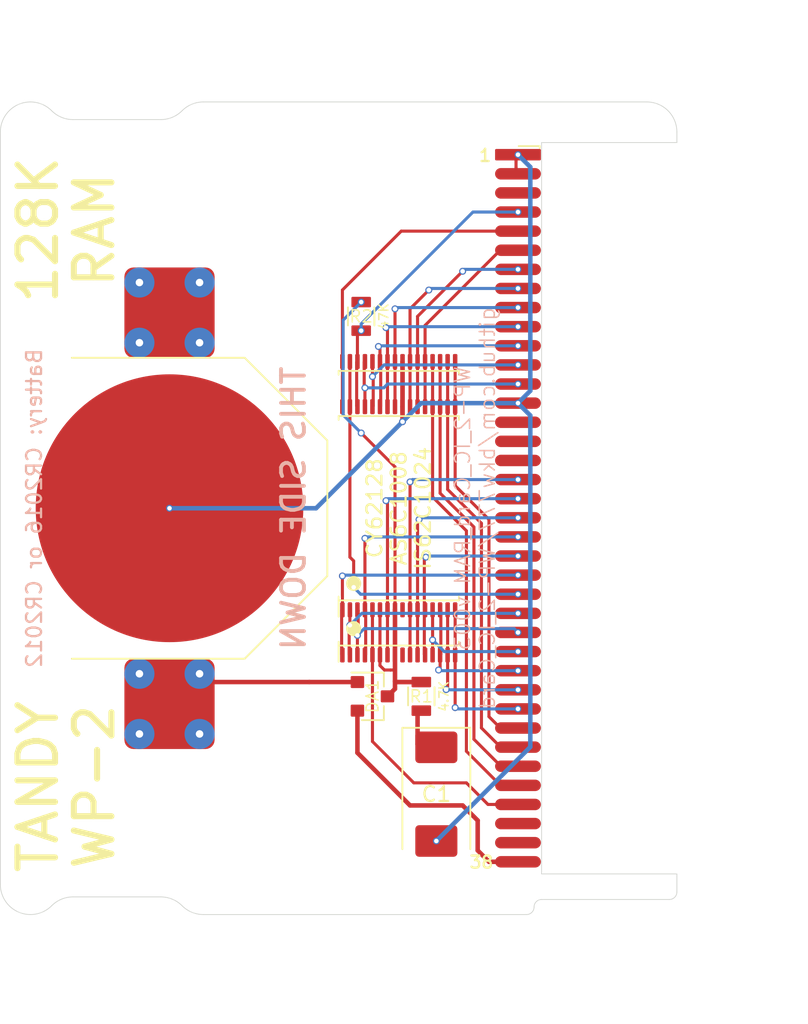
<source format=kicad_pcb>
(kicad_pcb (version 20171130) (host pcbnew 5.1.9-73d0e3b20d~88~ubuntu20.10.1)

  (general
    (thickness 1.2)
    (drawings 55)
    (tracks 245)
    (zones 0)
    (modules 10)
    (nets 36)
  )

  (page USLetter)
  (title_block
    (title "TANDY WP-2 128K RAM IC-Card")
    (date 2020-11-24)
    (rev 002)
    (company "Brian K. White - b.kenyon.w@gmail.com")
  )

  (layers
    (0 F.Cu signal)
    (31 B.Cu signal)
    (32 B.Adhes user hide)
    (33 F.Adhes user hide)
    (34 B.Paste user hide)
    (35 F.Paste user hide)
    (36 B.SilkS user)
    (37 F.SilkS user)
    (38 B.Mask user)
    (39 F.Mask user)
    (40 Dwgs.User user)
    (41 Cmts.User user hide)
    (42 Eco1.User user hide)
    (43 Eco2.User user hide)
    (44 Edge.Cuts user)
    (45 Margin user hide)
    (46 B.CrtYd user hide)
    (47 F.CrtYd user)
    (48 B.Fab user hide)
    (49 F.Fab user hide)
  )

  (setup
    (last_trace_width 0.18)
    (user_trace_width 0.16)
    (user_trace_width 0.3)
    (trace_clearance 0.1524)
    (zone_clearance 0.508)
    (zone_45_only no)
    (trace_min 0.1524)
    (via_size 0.46)
    (via_drill 0.3)
    (via_min_size 0.46)
    (via_min_drill 0.3)
    (user_via 2 0.5)
    (uvia_size 0.46)
    (uvia_drill 0.3)
    (uvias_allowed no)
    (uvia_min_size 0.46)
    (uvia_min_drill 0.3)
    (edge_width 0.05)
    (segment_width 0.18)
    (pcb_text_width 0.3)
    (pcb_text_size 1.5 1.5)
    (mod_edge_width 0.1)
    (mod_text_size 1 1)
    (mod_text_width 0.15)
    (pad_size 0.3 1)
    (pad_drill 0)
    (pad_to_mask_clearance 0)
    (solder_mask_min_width 0.22)
    (aux_axis_origin 0 0)
    (grid_origin 158.75 99.695)
    (visible_elements FFFFFF7F)
    (pcbplotparams
      (layerselection 0x010f0_ffffffff)
      (usegerberextensions false)
      (usegerberattributes true)
      (usegerberadvancedattributes false)
      (creategerberjobfile false)
      (excludeedgelayer true)
      (linewidth 0.100000)
      (plotframeref false)
      (viasonmask false)
      (mode 1)
      (useauxorigin false)
      (hpglpennumber 1)
      (hpglpenspeed 20)
      (hpglpendiameter 15.000000)
      (psnegative false)
      (psa4output false)
      (plotreference true)
      (plotvalue true)
      (plotinvisibletext false)
      (padsonsilk false)
      (subtractmaskfromsilk true)
      (outputformat 1)
      (mirror false)
      (drillshape 0)
      (scaleselection 1)
      (outputdirectory "GERBER_WP-2_IC_Card_RAM"))
  )

  (net 0 "")
  (net 1 GND)
  (net 2 /CE2)
  (net 3 /~CE1)
  (net 4 /~OE)
  (net 5 /D0)
  (net 6 /D1)
  (net 7 /D2)
  (net 8 /D3)
  (net 9 /D4)
  (net 10 /D5)
  (net 11 /D6)
  (net 12 /D7)
  (net 13 /A16)
  (net 14 /A15)
  (net 15 /A14)
  (net 16 /A13)
  (net 17 /A12)
  (net 18 /A11)
  (net 19 /A10)
  (net 20 /A9)
  (net 21 /A8)
  (net 22 /A7)
  (net 23 /A6)
  (net 24 /A5)
  (net 25 /A4)
  (net 26 /A3)
  (net 27 /A2)
  (net 28 /A1)
  (net 29 /A0)
  (net 30 /R~W)
  (net 31 /~DET)
  (net 32 "Net-(C1-Pad1)")
  (net 33 VBUS)
  (net 34 VMEM)
  (net 35 "Net-(BT1-Pad1)")

  (net_class Default "This is the default net class."
    (clearance 0.1524)
    (trace_width 0.18)
    (via_dia 0.46)
    (via_drill 0.3)
    (uvia_dia 0.46)
    (uvia_drill 0.3)
    (diff_pair_width 0.1524)
    (diff_pair_gap 0.2032)
    (add_net /A0)
    (add_net /A1)
    (add_net /A10)
    (add_net /A11)
    (add_net /A12)
    (add_net /A13)
    (add_net /A14)
    (add_net /A15)
    (add_net /A16)
    (add_net /A2)
    (add_net /A3)
    (add_net /A4)
    (add_net /A5)
    (add_net /A6)
    (add_net /A7)
    (add_net /A8)
    (add_net /A9)
    (add_net /CE2)
    (add_net /D0)
    (add_net /D1)
    (add_net /D2)
    (add_net /D3)
    (add_net /D4)
    (add_net /D5)
    (add_net /D6)
    (add_net /D7)
    (add_net /R~W)
    (add_net /~CE1)
    (add_net /~DET)
    (add_net /~OE)
    (add_net GND)
    (add_net "Net-(BT1-Pad1)")
    (add_net "Net-(C1-Pad1)")
    (add_net VBUS)
    (add_net VMEM)
  )

  (module 0_LOCAL:2016_battery_holder_smt (layer F.Cu) (tedit 600C5BC5) (tstamp 5F8DFEA8)
    (at 134 99.695 90)
    (descr https://www.tme.eu/it/Document/a823211ec201a9e209042d155fe22d2b/KEYS2996.pdf)
    (tags "BR2016 CR2016 DL2016 BR2020 CL2020 BR2025 CR2025 DL2025 DR2032 CR2032 DL2032")
    (path /5F8E356D)
    (attr smd)
    (fp_text reference BT1 (at -9.15 9.7 90) (layer F.SilkS) hide
      (effects (font (size 1 1) (thickness 0.15)))
    )
    (fp_text value "CR2016 3v" (at 0 -11 90) (layer F.Fab)
      (effects (font (size 1 1) (thickness 0.15)))
    )
    (fp_arc (start 0 0) (end 3.9 -9.8) (angle -43.40107348) (layer F.CrtYd) (width 0.05))
    (fp_text user %R (at -9.15 9.7 90) (layer F.Fab)
      (effects (font (size 1 1) (thickness 0.15)))
    )
    (fp_line (start -15.35 -2.55) (end -15.35 2.55) (layer F.Fab) (width 0.1))
    (fp_line (start -15.35 2.55) (end -10.55 2.55) (layer F.Fab) (width 0.1))
    (fp_line (start -15.35 -2.55) (end -10.55 -2.55) (layer F.Fab) (width 0.1))
    (fp_line (start -10.55 2.55) (end -10.55 5.85) (layer F.Fab) (width 0.1))
    (fp_line (start 10.55 2.55) (end 10.55 5.9) (layer F.Fab) (width 0.1))
    (fp_line (start -3.8 10.6) (end 3.8 10.6) (layer F.Fab) (width 0.1))
    (fp_line (start 10.55 2.55) (end 15.35 2.55) (layer F.Fab) (width 0.1))
    (fp_line (start 15.35 2.55) (end 15.35 -2.55) (layer F.Fab) (width 0.1))
    (fp_line (start 15.35 -2.55) (end 10.55 -2.55) (layer F.Fab) (width 0.1))
    (fp_line (start 10.55 -2.55) (end 10.55 -9.3) (layer F.Fab) (width 0.1))
    (fp_line (start 10.55 -9.3) (end -10.55 -9.3) (layer F.Fab) (width 0.1))
    (fp_line (start -10.55 -2.55) (end -10.55 -9.3) (layer F.Fab) (width 0.1))
    (fp_line (start -10.55 5.85) (end -3.8 10.6) (layer F.Fab) (width 0.1))
    (fp_line (start 10.55 5.9) (end 3.8 10.6) (layer F.Fab) (width 0.1))
    (fp_circle (center 0 0) (end 10 0) (layer Dwgs.User) (width 0.2))
    (fp_line (start -15.85 -3.05) (end -11.05 -3.05) (layer F.CrtYd) (width 0.05))
    (fp_line (start -11.05 -3.05) (end -11.05 -9.8) (layer F.CrtYd) (width 0.05))
    (fp_line (start -11.05 -9.8) (end -3.9 -9.8) (layer F.CrtYd) (width 0.05))
    (fp_line (start 11.05 -9.8) (end 3.9 -9.8) (layer F.CrtYd) (width 0.05))
    (fp_line (start 11.05 -9.8) (end 11.05 -3.05) (layer F.CrtYd) (width 0.05))
    (fp_line (start 11.05 -3.05) (end 15.85 -3.05) (layer F.CrtYd) (width 0.05))
    (fp_line (start 15.85 -3.05) (end 15.85 3.05) (layer F.CrtYd) (width 0.05))
    (fp_line (start 15.85 3.05) (end 11.05 3.05) (layer F.CrtYd) (width 0.05))
    (fp_line (start 11.05 3.05) (end 11.05 6.35) (layer F.CrtYd) (width 0.05))
    (fp_line (start 11.05 6.35) (end 4.3 11.1) (layer F.CrtYd) (width 0.05))
    (fp_line (start 4.3 11.1) (end -4.3 11.1) (layer F.CrtYd) (width 0.05))
    (fp_line (start -4.3 11.1) (end -11.05 6.35) (layer F.CrtYd) (width 0.05))
    (fp_line (start -11.05 6.35) (end -11.05 3.05) (layer F.CrtYd) (width 0.05))
    (fp_line (start -11.05 3.05) (end -15.85 3.05) (layer F.CrtYd) (width 0.05))
    (fp_line (start -15.85 3.05) (end -15.85 -3.05) (layer F.CrtYd) (width 0.05))
    (fp_line (start -10 5) (end -4.5 10.5) (layer F.SilkS) (width 0.12))
    (fp_line (start -4.5 10.5) (end 4.5 10.5) (layer F.SilkS) (width 0.12))
    (fp_line (start 4.5 10.5) (end 10 5) (layer F.SilkS) (width 0.12))
    (fp_line (start -10 5) (end -10 -6.5) (layer F.SilkS) (width 0.12))
    (fp_line (start 10 5) (end 10 -6.5) (layer F.SilkS) (width 0.12))
    (pad 2 smd circle (at 0 0 90) (size 17.8 17.8) (layers F.Cu F.Mask)
      (net 1 GND))
    (pad 1 smd roundrect (at -13 0 90) (size 6 6) (layers F.Cu F.Paste F.Mask) (roundrect_rratio 0.1)
      (net 35 "Net-(BT1-Pad1)"))
    (pad 1 smd roundrect (at 13 0 90) (size 6 6) (layers F.Cu F.Paste F.Mask) (roundrect_rratio 0.1)
      (net 35 "Net-(BT1-Pad1)"))
    (model ${KIPRJMOD}/3d/keystone-PN3026.STEP
      (offset (xyz 0 -10.07 1.9))
      (scale (xyz 1 1 1))
      (rotate (xyz -90 0 0))
    )
  )

  (module 0_LOCAL:SOT-23 (layer F.Cu) (tedit 5FFCD560) (tstamp 5FFD4C70)
    (at 147.5 112.195)
    (descr "SOT-23, Standard")
    (tags SOT-23)
    (path /5FFD472D)
    (attr smd)
    (fp_text reference DA1 (at 0 0 90) (layer F.SilkS)
      (effects (font (size 0.8 0.8) (thickness 0.1)))
    )
    (fp_text value BAT54C (at 0 2.5) (layer F.Fab)
      (effects (font (size 1 1) (thickness 0.15)))
    )
    (fp_line (start -0.7 -0.95) (end -0.7 1.5) (layer F.Fab) (width 0.1))
    (fp_line (start -0.15 -1.52) (end 0.7 -1.52) (layer F.Fab) (width 0.1))
    (fp_line (start -0.7 -0.95) (end -0.15 -1.52) (layer F.Fab) (width 0.1))
    (fp_line (start 0.7 -1.52) (end 0.7 1.52) (layer F.Fab) (width 0.1))
    (fp_line (start -0.7 1.52) (end 0.7 1.52) (layer F.Fab) (width 0.1))
    (fp_line (start 0.76 1.58) (end 0.76 0.65) (layer F.SilkS) (width 0.12))
    (fp_line (start 0.76 -1.58) (end 0.76 -0.65) (layer F.SilkS) (width 0.12))
    (fp_line (start -1.7 -1.75) (end 1.7 -1.75) (layer F.CrtYd) (width 0.05))
    (fp_line (start 1.7 -1.75) (end 1.7 1.75) (layer F.CrtYd) (width 0.05))
    (fp_line (start 1.7 1.75) (end -1.7 1.75) (layer F.CrtYd) (width 0.05))
    (fp_line (start -1.7 1.75) (end -1.7 -1.75) (layer F.CrtYd) (width 0.05))
    (fp_line (start 0.76 -1.58) (end -1.4 -1.58) (layer F.SilkS) (width 0.12))
    (fp_line (start 0.76 1.58) (end -0.7 1.58) (layer F.SilkS) (width 0.12))
    (fp_text user %R (at 0 0 90) (layer F.Fab)
      (effects (font (size 0.5 0.5) (thickness 0.075)))
    )
    (pad 3 smd roundrect (at 1 0) (size 0.9 0.8) (layers F.Cu F.Paste F.Mask) (roundrect_rratio 0.1)
      (net 34 VMEM))
    (pad 2 smd roundrect (at -1 0.95) (size 0.9 0.8) (layers F.Cu F.Paste F.Mask) (roundrect_rratio 0.1)
      (net 33 VBUS))
    (pad 1 smd roundrect (at -1 -0.95) (size 0.9 0.8) (layers F.Cu F.Paste F.Mask) (roundrect_rratio 0.1)
      (net 35 "Net-(BT1-Pad1)"))
    (model ${KIPRJMOD}/3d/SOT-23.step
      (at (xyz 0 0 0))
      (scale (xyz 1 1 1))
      (rotate (xyz 0 0 0))
    )
  )

  (module 0_LOCAL:CP_EIA-7343-20_AVX-Y (layer F.Cu) (tedit 5FB48E35) (tstamp 5FB4EE25)
    (at 151.75 118.695 270)
    (descr "Tantalum Capacitor SMD Kemet-V (7343-20 Metric), IPC_7351 nominal, (Body size from: http://www.kemet.com/Lists/ProductCatalog/Attachments/253/KEM_TC101_STD.pdf), generated with kicad-footprint-generator")
    (tags "capacitor tantalum")
    (path /5F7F0020)
    (attr smd)
    (fp_text reference C1 (at 0 0) (layer F.SilkS)
      (effects (font (size 1 1) (thickness 0.15)))
    )
    (fp_text value 220uf (at 0 3.1 90) (layer F.Fab)
      (effects (font (size 1 1) (thickness 0.15)))
    )
    (fp_line (start 4.4 2.4) (end -4.4 2.4) (layer F.CrtYd) (width 0.05))
    (fp_line (start 4.4 -2.4) (end 4.4 2.4) (layer F.CrtYd) (width 0.05))
    (fp_line (start -4.4 -2.4) (end 4.4 -2.4) (layer F.CrtYd) (width 0.05))
    (fp_line (start -4.4 2.4) (end -4.4 -2.4) (layer F.CrtYd) (width 0.05))
    (fp_line (start -4.41 2.26) (end 3.65 2.26) (layer F.SilkS) (width 0.12))
    (fp_line (start -4.41 -2.26) (end -4.41 2.26) (layer F.SilkS) (width 0.12))
    (fp_line (start 3.65 -2.26) (end -4.41 -2.26) (layer F.SilkS) (width 0.12))
    (fp_line (start 3.65 2.15) (end 3.65 -2.15) (layer F.Fab) (width 0.1))
    (fp_line (start -3.65 2.15) (end 3.65 2.15) (layer F.Fab) (width 0.1))
    (fp_line (start -3.65 -1.15) (end -3.65 2.15) (layer F.Fab) (width 0.1))
    (fp_line (start -2.65 -2.15) (end -3.65 -1.15) (layer F.Fab) (width 0.1))
    (fp_line (start 3.65 -2.15) (end -2.65 -2.15) (layer F.Fab) (width 0.1))
    (fp_text user %R (at 0 0 90) (layer F.Fab)
      (effects (font (size 1 1) (thickness 0.15)))
    )
    (pad 2 smd roundrect (at 3.1125 0 270) (size 2.1 2.8) (layers F.Cu F.Paste F.Mask) (roundrect_rratio 0.12)
      (net 1 GND))
    (pad 1 smd roundrect (at -3.1125 0 270) (size 2.1 2.8) (layers F.Cu F.Paste F.Mask) (roundrect_rratio 0.12)
      (net 32 "Net-(C1-Pad1)"))
    (model ${KIPRJMOD}/3d/CP_EIA-7343-20_Kemet-V.step
      (at (xyz 0 0 0))
      (scale (xyz 1 1 1))
      (rotate (xyz 0 0 0))
    )
  )

  (module 0_LOCAL:R_0805 (layer F.Cu) (tedit 5F8B5224) (tstamp 5F752AD5)
    (at 146.75 86.945 270)
    (descr "Resistor SMD 0805, reflow soldering, Vishay (see dcrcw.pdf)")
    (tags "resistor 0805")
    (path /5F9FA366)
    (attr smd)
    (fp_text reference R2 (at 0 0 unlocked) (layer F.SilkS)
      (effects (font (size 0.8 0.8) (thickness 0.1)))
    )
    (fp_text value 47K (at 0 -1.5 90) (layer F.SilkS)
      (effects (font (size 0.6 0.6) (thickness 0.1)))
    )
    (fp_line (start 1.55 0.9) (end -1.55 0.9) (layer F.CrtYd) (width 0.05))
    (fp_line (start 1.55 0.9) (end 1.55 -0.9) (layer F.CrtYd) (width 0.05))
    (fp_line (start -1.55 -0.9) (end -1.55 0.9) (layer F.CrtYd) (width 0.05))
    (fp_line (start -1.55 -0.9) (end 1.55 -0.9) (layer F.CrtYd) (width 0.05))
    (fp_line (start -0.6 -0.88) (end 0.6 -0.88) (layer F.SilkS) (width 0.12))
    (fp_line (start 0.6 0.88) (end -0.6 0.88) (layer F.SilkS) (width 0.12))
    (fp_line (start -1 -0.62) (end 1 -0.62) (layer F.Fab) (width 0.1))
    (fp_line (start 1 -0.62) (end 1 0.62) (layer F.Fab) (width 0.1))
    (fp_line (start 1 0.62) (end -1 0.62) (layer F.Fab) (width 0.1))
    (fp_line (start -1 0.62) (end -1 -0.62) (layer F.Fab) (width 0.1))
    (fp_text user %R (at 0 0 90) (layer F.Fab)
      (effects (font (size 0.5 0.5) (thickness 0.075)))
    )
    (pad 1 smd roundrect (at -0.95 0 270) (size 0.7 1.3) (layers F.Cu F.Paste F.Mask) (roundrect_rratio 0.1)
      (net 34 VMEM))
    (pad 2 smd roundrect (at 0.95 0 270) (size 0.7 1.3) (layers F.Cu F.Paste F.Mask) (roundrect_rratio 0.1)
      (net 3 /~CE1))
    (model ${KIPRJMOD}/3d/R_0805_2012Metric.step
      (at (xyz 0 0 0))
      (scale (xyz 1 1 1))
      (rotate (xyz 0 0 0))
    )
  )

  (module 0_LOCAL:R_0805 (layer F.Cu) (tedit 5F8B5224) (tstamp 5F752ACC)
    (at 150.75 112.195 270)
    (descr "Resistor SMD 0805, reflow soldering, Vishay (see dcrcw.pdf)")
    (tags "resistor 0805")
    (path /5F805237)
    (attr smd)
    (fp_text reference R1 (at 0 0 unlocked) (layer F.SilkS)
      (effects (font (size 0.8 0.8) (thickness 0.1)))
    )
    (fp_text value 4.7K (at 0 -1.5 90) (layer F.SilkS)
      (effects (font (size 0.6 0.6) (thickness 0.1)))
    )
    (fp_line (start 1.55 0.9) (end -1.55 0.9) (layer F.CrtYd) (width 0.05))
    (fp_line (start 1.55 0.9) (end 1.55 -0.9) (layer F.CrtYd) (width 0.05))
    (fp_line (start -1.55 -0.9) (end -1.55 0.9) (layer F.CrtYd) (width 0.05))
    (fp_line (start -1.55 -0.9) (end 1.55 -0.9) (layer F.CrtYd) (width 0.05))
    (fp_line (start -0.6 -0.88) (end 0.6 -0.88) (layer F.SilkS) (width 0.12))
    (fp_line (start 0.6 0.88) (end -0.6 0.88) (layer F.SilkS) (width 0.12))
    (fp_line (start -1 -0.62) (end 1 -0.62) (layer F.Fab) (width 0.1))
    (fp_line (start 1 -0.62) (end 1 0.62) (layer F.Fab) (width 0.1))
    (fp_line (start 1 0.62) (end -1 0.62) (layer F.Fab) (width 0.1))
    (fp_line (start -1 0.62) (end -1 -0.62) (layer F.Fab) (width 0.1))
    (fp_text user %R (at 0 0 90) (layer F.Fab)
      (effects (font (size 0.5 0.5) (thickness 0.075)))
    )
    (pad 1 smd roundrect (at -0.95 0 270) (size 0.7 1.3) (layers F.Cu F.Paste F.Mask) (roundrect_rratio 0.1)
      (net 34 VMEM))
    (pad 2 smd roundrect (at 0.95 0 270) (size 0.7 1.3) (layers F.Cu F.Paste F.Mask) (roundrect_rratio 0.1)
      (net 32 "Net-(C1-Pad1)"))
    (model ${KIPRJMOD}/3d/R_0805_2012Metric.step
      (at (xyz 0 0 0))
      (scale (xyz 1 1 1))
      (rotate (xyz 0 0 0))
    )
  )

  (module 0_LOCAL:TSOP32-14mm (layer F.Cu) (tedit 5F8D316E) (tstamp 5F712C60)
    (at 149.25 99.695)
    (descr "Module CMS TSOP 32 pins")
    (tags "CMS TSOP")
    (path /5F906116)
    (attr smd)
    (fp_text reference U2 (at 0 5.334 180) (layer F.SilkS) hide
      (effects (font (size 1 1) (thickness 0.15)))
    )
    (fp_text value "SRAM 128Kx8 5v Parallel" (at 1.27 0 90) (layer F.Fab)
      (effects (font (size 1 1) (thickness 0.15)))
    )
    (fp_line (start 4 -6.125) (end 4 -5.875) (layer F.SilkS) (width 0.12))
    (fp_line (start -4 -6.125) (end -4 -5.875) (layer F.SilkS) (width 0.12))
    (fp_line (start 4 6.125) (end 4 5.875) (layer F.SilkS) (width 0.12))
    (fp_line (start -4 7.2) (end -4 5.875) (layer F.SilkS) (width 0.12))
    (fp_line (start 4 -6.125) (end -4 -6.125) (layer F.SilkS) (width 0.12))
    (fp_line (start -4 6.125) (end 4 6.125) (layer F.SilkS) (width 0.12))
    (fp_circle (center -3 5) (end -2.75 5) (layer F.SilkS) (width 0.5))
    (pad 1 smd roundrect (at -3.75 6.75) (size 0.3 1) (layers F.Cu F.Paste F.Mask) (roundrect_rratio 0.25)
      (net 18 /A11))
    (pad 2 smd roundrect (at -3.25 6.75) (size 0.3 1) (layers F.Cu F.Paste F.Mask) (roundrect_rratio 0.25)
      (net 20 /A9))
    (pad 3 smd roundrect (at -2.75 6.75) (size 0.3 1) (layers F.Cu F.Paste F.Mask) (roundrect_rratio 0.25)
      (net 21 /A8))
    (pad 4 smd roundrect (at -2.25 6.75) (size 0.3 1) (layers F.Cu F.Paste F.Mask) (roundrect_rratio 0.25)
      (net 16 /A13))
    (pad 5 smd roundrect (at -1.75 6.75) (size 0.3 1) (layers F.Cu F.Paste F.Mask) (roundrect_rratio 0.25)
      (net 30 /R~W))
    (pad 6 smd roundrect (at -1.25 6.75) (size 0.3 1) (layers F.Cu F.Paste F.Mask) (roundrect_rratio 0.25)
      (net 2 /CE2))
    (pad 7 smd roundrect (at -0.75 6.75) (size 0.3 1) (layers F.Cu F.Paste F.Mask) (roundrect_rratio 0.25)
      (net 14 /A15))
    (pad 8 smd roundrect (at -0.25 6.75) (size 0.3 1) (layers F.Cu F.Paste F.Mask) (roundrect_rratio 0.25)
      (net 34 VMEM))
    (pad 9 smd roundrect (at 0.25 6.75) (size 0.3 1) (layers F.Cu F.Paste F.Mask) (roundrect_rratio 0.25))
    (pad 10 smd roundrect (at 0.75 6.75) (size 0.3 1) (layers F.Cu F.Paste F.Mask) (roundrect_rratio 0.25)
      (net 13 /A16))
    (pad 11 smd roundrect (at 1.25 6.75) (size 0.3 1) (layers F.Cu F.Paste F.Mask) (roundrect_rratio 0.25)
      (net 15 /A14))
    (pad 12 smd roundrect (at 1.75 6.75) (size 0.3 1) (layers F.Cu F.Paste F.Mask) (roundrect_rratio 0.25)
      (net 17 /A12))
    (pad 13 smd roundrect (at 2.25 6.75) (size 0.3 1) (layers F.Cu F.Paste F.Mask) (roundrect_rratio 0.25)
      (net 22 /A7))
    (pad 14 smd roundrect (at 2.75 6.75) (size 0.3 1) (layers F.Cu F.Paste F.Mask) (roundrect_rratio 0.25)
      (net 23 /A6))
    (pad 15 smd roundrect (at 3.25 6.75) (size 0.3 1) (layers F.Cu F.Paste F.Mask) (roundrect_rratio 0.25)
      (net 24 /A5))
    (pad 16 smd roundrect (at 3.75 6.75) (size 0.3 1) (layers F.Cu F.Paste F.Mask) (roundrect_rratio 0.25)
      (net 25 /A4))
    (pad 17 smd roundrect (at 3.75 -6.75) (size 0.3 1) (layers F.Cu F.Paste F.Mask) (roundrect_rratio 0.25)
      (net 26 /A3))
    (pad 18 smd roundrect (at 3.25 -6.75) (size 0.3 1) (layers F.Cu F.Paste F.Mask) (roundrect_rratio 0.25)
      (net 27 /A2))
    (pad 19 smd roundrect (at 2.75 -6.75) (size 0.3 1) (layers F.Cu F.Paste F.Mask) (roundrect_rratio 0.25)
      (net 28 /A1))
    (pad 20 smd roundrect (at 2.25 -6.75) (size 0.3 1) (layers F.Cu F.Paste F.Mask) (roundrect_rratio 0.25)
      (net 29 /A0))
    (pad 21 smd roundrect (at 1.75 -6.75) (size 0.3 1) (layers F.Cu F.Paste F.Mask) (roundrect_rratio 0.25)
      (net 5 /D0))
    (pad 22 smd roundrect (at 1.25 -6.75) (size 0.3 1) (layers F.Cu F.Paste F.Mask) (roundrect_rratio 0.25)
      (net 6 /D1))
    (pad 23 smd roundrect (at 0.75 -6.75) (size 0.3 1) (layers F.Cu F.Paste F.Mask) (roundrect_rratio 0.25)
      (net 7 /D2))
    (pad 24 smd roundrect (at 0.25 -6.75) (size 0.3 1) (layers F.Cu F.Paste F.Mask) (roundrect_rratio 0.25)
      (net 1 GND))
    (pad 25 smd roundrect (at -0.25 -6.75) (size 0.3 1) (layers F.Cu F.Paste F.Mask) (roundrect_rratio 0.25)
      (net 8 /D3))
    (pad 26 smd roundrect (at -0.75 -6.75) (size 0.3 1) (layers F.Cu F.Paste F.Mask) (roundrect_rratio 0.25)
      (net 9 /D4))
    (pad 27 smd roundrect (at -1.25 -6.75) (size 0.3 1) (layers F.Cu F.Paste F.Mask) (roundrect_rratio 0.25)
      (net 10 /D5))
    (pad 28 smd roundrect (at -1.75 -6.75) (size 0.3 1) (layers F.Cu F.Paste F.Mask) (roundrect_rratio 0.25)
      (net 11 /D6))
    (pad 29 smd roundrect (at -2.25 -6.75) (size 0.3 1) (layers F.Cu F.Paste F.Mask) (roundrect_rratio 0.25)
      (net 12 /D7))
    (pad 30 smd roundrect (at -2.75 -6.75) (size 0.3 1) (layers F.Cu F.Paste F.Mask) (roundrect_rratio 0.25)
      (net 3 /~CE1))
    (pad 31 smd roundrect (at -3.25 -6.75) (size 0.3 1) (layers F.Cu F.Paste F.Mask) (roundrect_rratio 0.25)
      (net 19 /A10))
    (pad 32 smd roundrect (at -3.75 -6.75) (size 0.3 1) (layers F.Cu F.Paste F.Mask) (roundrect_rratio 0.25)
      (net 4 /~OE))
    (model ${KIPRJMOD}/3d/TSOP32_8x14.step
      (at (xyz 0 0 0))
      (scale (xyz 1 1 1))
      (rotate (xyz 0 0 -90))
    )
  )

  (module 0_LOCAL:TSOP32-20mm (layer F.Cu) (tedit 5F8D318C) (tstamp 5F755D97)
    (at 149.25 99.695)
    (descr "Module CMS TSOP 32 pins")
    (tags "CMS TSOP")
    (path /5F718069)
    (attr smd)
    (fp_text reference U1 (at 0.009 8.382 180) (layer F.SilkS) hide
      (effects (font (size 1 1) (thickness 0.15)))
    )
    (fp_text value "SRAM 128Kx8 5v Parallel" (at 0 5) (layer F.Fab)
      (effects (font (size 1 1) (thickness 0.15)))
    )
    (fp_line (start 4 -9.125) (end 4 -8.875) (layer F.SilkS) (width 0.12))
    (fp_line (start -4 -9.125) (end -4 -8.875) (layer F.SilkS) (width 0.12))
    (fp_line (start 4 9.125) (end 4 8.875) (layer F.SilkS) (width 0.12))
    (fp_line (start -4 10.2) (end -4 8.875) (layer F.SilkS) (width 0.12))
    (fp_line (start 4 -9.125) (end -4 -9.125) (layer F.SilkS) (width 0.12))
    (fp_line (start -4 9.125) (end 4 9.125) (layer F.SilkS) (width 0.12))
    (fp_circle (center -3 8) (end -2.75 8) (layer F.SilkS) (width 0.5))
    (fp_text user %R (at 0 0) (layer F.Fab)
      (effects (font (size 1 1) (thickness 0.15)))
    )
    (pad 1 smd roundrect (at -3.75 9.75) (size 0.3 1) (layers F.Cu F.Paste F.Mask) (roundrect_rratio 0.25)
      (net 18 /A11))
    (pad 2 smd roundrect (at -3.25 9.75) (size 0.3 1) (layers F.Cu F.Paste F.Mask) (roundrect_rratio 0.25)
      (net 20 /A9))
    (pad 3 smd roundrect (at -2.75 9.75) (size 0.3 1) (layers F.Cu F.Paste F.Mask) (roundrect_rratio 0.25)
      (net 21 /A8))
    (pad 4 smd roundrect (at -2.25 9.75) (size 0.3 1) (layers F.Cu F.Paste F.Mask) (roundrect_rratio 0.25)
      (net 16 /A13))
    (pad 5 smd roundrect (at -1.75 9.75) (size 0.3 1) (layers F.Cu F.Paste F.Mask) (roundrect_rratio 0.25)
      (net 30 /R~W))
    (pad 6 smd roundrect (at -1.25 9.75) (size 0.3 1) (layers F.Cu F.Paste F.Mask) (roundrect_rratio 0.25)
      (net 2 /CE2))
    (pad 7 smd roundrect (at -0.75 9.75) (size 0.3 1) (layers F.Cu F.Paste F.Mask) (roundrect_rratio 0.25)
      (net 14 /A15))
    (pad 8 smd roundrect (at -0.25 9.75) (size 0.3 1) (layers F.Cu F.Paste F.Mask) (roundrect_rratio 0.25)
      (net 34 VMEM))
    (pad 9 smd roundrect (at 0.25 9.75) (size 0.3 1) (layers F.Cu F.Paste F.Mask) (roundrect_rratio 0.25))
    (pad 10 smd roundrect (at 0.75 9.75) (size 0.3 1) (layers F.Cu F.Paste F.Mask) (roundrect_rratio 0.25)
      (net 13 /A16))
    (pad 11 smd roundrect (at 1.25 9.75) (size 0.3 1) (layers F.Cu F.Paste F.Mask) (roundrect_rratio 0.25)
      (net 15 /A14))
    (pad 12 smd roundrect (at 1.75 9.75) (size 0.3 1) (layers F.Cu F.Paste F.Mask) (roundrect_rratio 0.25)
      (net 17 /A12))
    (pad 13 smd roundrect (at 2.25 9.75) (size 0.3 1) (layers F.Cu F.Paste F.Mask) (roundrect_rratio 0.25)
      (net 22 /A7))
    (pad 14 smd roundrect (at 2.75 9.75) (size 0.3 1) (layers F.Cu F.Paste F.Mask) (roundrect_rratio 0.25)
      (net 23 /A6))
    (pad 15 smd roundrect (at 3.25 9.75) (size 0.3 1) (layers F.Cu F.Paste F.Mask) (roundrect_rratio 0.25)
      (net 24 /A5))
    (pad 16 smd roundrect (at 3.75 9.75) (size 0.3 1) (layers F.Cu F.Paste F.Mask) (roundrect_rratio 0.25)
      (net 25 /A4))
    (pad 17 smd roundrect (at 3.75 -9.75) (size 0.3 1) (layers F.Cu F.Paste F.Mask) (roundrect_rratio 0.25)
      (net 26 /A3))
    (pad 18 smd roundrect (at 3.25 -9.75) (size 0.3 1) (layers F.Cu F.Paste F.Mask) (roundrect_rratio 0.25)
      (net 27 /A2))
    (pad 19 smd roundrect (at 2.75 -9.75) (size 0.3 1) (layers F.Cu F.Paste F.Mask) (roundrect_rratio 0.25)
      (net 28 /A1))
    (pad 20 smd roundrect (at 2.25 -9.75) (size 0.3 1) (layers F.Cu F.Paste F.Mask) (roundrect_rratio 0.25)
      (net 29 /A0))
    (pad 21 smd roundrect (at 1.75 -9.75) (size 0.3 1) (layers F.Cu F.Paste F.Mask) (roundrect_rratio 0.25)
      (net 5 /D0))
    (pad 22 smd roundrect (at 1.25 -9.75) (size 0.3 1) (layers F.Cu F.Paste F.Mask) (roundrect_rratio 0.25)
      (net 6 /D1))
    (pad 23 smd roundrect (at 0.75 -9.75) (size 0.3 1) (layers F.Cu F.Paste F.Mask) (roundrect_rratio 0.25)
      (net 7 /D2))
    (pad 24 smd roundrect (at 0.25 -9.75) (size 0.3 1) (layers F.Cu F.Paste F.Mask) (roundrect_rratio 0.25)
      (net 1 GND))
    (pad 25 smd roundrect (at -0.25 -9.75) (size 0.3 1) (layers F.Cu F.Paste F.Mask) (roundrect_rratio 0.25)
      (net 8 /D3))
    (pad 26 smd roundrect (at -0.75 -9.75) (size 0.3 1) (layers F.Cu F.Paste F.Mask) (roundrect_rratio 0.25)
      (net 9 /D4))
    (pad 27 smd roundrect (at -1.25 -9.75) (size 0.3 1) (layers F.Cu F.Paste F.Mask) (roundrect_rratio 0.25)
      (net 10 /D5))
    (pad 28 smd roundrect (at -1.75 -9.75) (size 0.3 1) (layers F.Cu F.Paste F.Mask) (roundrect_rratio 0.25)
      (net 11 /D6))
    (pad 29 smd roundrect (at -2.25 -9.75) (size 0.3 1) (layers F.Cu F.Paste F.Mask) (roundrect_rratio 0.25)
      (net 12 /D7))
    (pad 30 smd roundrect (at -2.75 -9.75) (size 0.3 1) (layers F.Cu F.Paste F.Mask) (roundrect_rratio 0.25)
      (net 3 /~CE1))
    (pad 31 smd roundrect (at -3.25 -9.75) (size 0.3 1) (layers F.Cu F.Paste F.Mask) (roundrect_rratio 0.25)
      (net 19 /A10))
    (pad 32 smd roundrect (at -3.75 -9.75) (size 0.3 1) (layers F.Cu F.Paste F.Mask) (roundrect_rratio 0.25)
      (net 4 /~OE))
    (model ${KIPRJMOD}/3d/TSOP32_8X20.step_x
      (at (xyz 0 0 0))
      (scale (xyz 1 1 1))
      (rotate (xyz 0 0 -90))
    )
  )

  (module 0_LOCAL:Net_Tie_2p_8mil (layer F.Cu) (tedit 5F70D483) (tstamp 5F8D961B)
    (at 148.5 110.445)
    (path /5F97C11A)
    (fp_text reference NT2 (at 0 1.016) (layer F.SilkS) hide
      (effects (font (size 0.508 0.508) (thickness 0.1016)))
    )
    (fp_text value Net-Tie_2 (at 0 -2) (layer F.Fab)
      (effects (font (size 1 1) (thickness 0.01)))
    )
    (fp_line (start -0.2032 0) (end 0.2032 0) (layer F.Cu) (width 0.2032))
    (pad 2 smd circle (at 0.2032 0) (size 0.2032 0.2032) (layers F.Cu)
      (net 34 VMEM))
    (pad 1 smd circle (at -0.2032 0) (size 0.2032 0.2032) (layers F.Cu)
      (net 2 /CE2))
  )

  (module 0_LOCAL:SMS-138-01-x-x_edge (layer F.Cu) (tedit 5F7AC44E) (tstamp 5F74043C)
    (at 158.75 99.695)
    (descr "Through hole straight socket strip, 1x38, 1.27mm pitch, single row")
    (tags "Through hole socket strip THT 1x38 1.27mm single row")
    (path /5F6EF0A3)
    (attr smd)
    (fp_text reference J1 (at -2.286 -24.892) (layer F.SilkS) hide
      (effects (font (size 1 1) (thickness 0.15)))
    )
    (fp_text value Conn_01x38_Female (at -4.491 -0.381 -90) (layer F.Fab)
      (effects (font (size 1 1) (thickness 0.15)))
    )
    (fp_line (start -0.127 -24.0665) (end -0.127 -23.9395) (layer F.SilkS) (width 0.12))
    (fp_line (start -0.127 -24.0665) (end -1.524 -24.0665) (layer F.SilkS) (width 0.12))
    (fp_text user %R (at -2.286 -24.892) (layer F.Fab)
      (effects (font (size 1 1) (thickness 0.15)))
    )
    (pad 1 smd roundrect (at -1.57 -23.495) (size 3.048 0.762) (layers F.Cu F.Paste F.Mask) (roundrect_rratio 0.1)
      (net 1 GND))
    (pad 2 smd oval (at -1.57 -22.225) (size 3.048 0.762) (layers F.Cu F.Paste F.Mask)
      (net 31 /~DET))
    (pad 3 smd oval (at -1.57 -20.955) (size 3.048 0.762) (layers F.Cu F.Paste F.Mask))
    (pad 4 smd oval (at -1.57 -19.685) (size 3.048 0.762) (layers F.Cu F.Paste F.Mask)
      (net 3 /~CE1))
    (pad 5 smd oval (at -1.57 -18.415) (size 3.048 0.762) (layers F.Cu F.Paste F.Mask)
      (net 4 /~OE))
    (pad 6 smd oval (at -1.57 -17.145) (size 3.048 0.762) (layers F.Cu F.Paste F.Mask)
      (net 5 /D0))
    (pad 7 smd oval (at -1.57 -15.875) (size 3.048 0.762) (layers F.Cu F.Paste F.Mask)
      (net 6 /D1))
    (pad 8 smd oval (at -1.57 -14.605) (size 3.048 0.762) (layers F.Cu F.Paste F.Mask)
      (net 7 /D2))
    (pad 9 smd oval (at -1.57 -13.335) (size 3.048 0.762) (layers F.Cu F.Paste F.Mask)
      (net 8 /D3))
    (pad 10 smd oval (at -1.57 -12.065) (size 3.048 0.762) (layers F.Cu F.Paste F.Mask)
      (net 9 /D4))
    (pad 11 smd oval (at -1.57 -10.795) (size 3.048 0.762) (layers F.Cu F.Paste F.Mask)
      (net 10 /D5))
    (pad 12 smd oval (at -1.57 -9.525) (size 3.048 0.762) (layers F.Cu F.Paste F.Mask)
      (net 11 /D6))
    (pad 13 smd oval (at -1.57 -8.255) (size 3.048 0.762) (layers F.Cu F.Paste F.Mask)
      (net 12 /D7))
    (pad 14 smd oval (at -1.57 -6.985) (size 3.048 0.762) (layers F.Cu F.Paste F.Mask)
      (net 1 GND))
    (pad 15 smd oval (at -1.57 -5.715) (size 3.048 0.762) (layers F.Cu F.Paste F.Mask))
    (pad 16 smd oval (at -1.57 -4.445) (size 3.048 0.762) (layers F.Cu F.Paste F.Mask))
    (pad 17 smd oval (at -1.57 -3.175) (size 3.048 0.762) (layers F.Cu F.Paste F.Mask))
    (pad 18 smd oval (at -1.57 -1.905) (size 3.048 0.762) (layers F.Cu F.Paste F.Mask)
      (net 13 /A16))
    (pad 19 smd oval (at -1.57 -0.635) (size 3.048 0.762) (layers F.Cu F.Paste F.Mask)
      (net 14 /A15))
    (pad 20 smd oval (at -1.57 0.635) (size 3.048 0.762) (layers F.Cu F.Paste F.Mask)
      (net 15 /A14))
    (pad 21 smd oval (at -1.57 1.905) (size 3.048 0.762) (layers F.Cu F.Paste F.Mask)
      (net 16 /A13))
    (pad 22 smd oval (at -1.57 3.175) (size 3.048 0.762) (layers F.Cu F.Paste F.Mask)
      (net 17 /A12))
    (pad 23 smd oval (at -1.57 4.445) (size 3.048 0.762) (layers F.Cu F.Paste F.Mask)
      (net 18 /A11))
    (pad 24 smd oval (at -1.57 5.715) (size 3.048 0.762) (layers F.Cu F.Paste F.Mask)
      (net 19 /A10))
    (pad 25 smd oval (at -1.57 6.985) (size 3.048 0.762) (layers F.Cu F.Paste F.Mask)
      (net 20 /A9))
    (pad 26 smd oval (at -1.57 8.255) (size 3.048 0.762) (layers F.Cu F.Paste F.Mask)
      (net 21 /A8))
    (pad 27 smd oval (at -1.57 9.525) (size 3.048 0.762) (layers F.Cu F.Paste F.Mask)
      (net 22 /A7))
    (pad 28 smd oval (at -1.57 10.795) (size 3.048 0.762) (layers F.Cu F.Paste F.Mask)
      (net 23 /A6))
    (pad 29 smd oval (at -1.57 12.065) (size 3.048 0.762) (layers F.Cu F.Paste F.Mask)
      (net 24 /A5))
    (pad 30 smd oval (at -1.57 13.335) (size 3.048 0.762) (layers F.Cu F.Paste F.Mask)
      (net 25 /A4))
    (pad 31 smd oval (at -1.57 14.605) (size 3.048 0.762) (layers F.Cu F.Paste F.Mask)
      (net 26 /A3))
    (pad 32 smd oval (at -1.57 15.875) (size 3.048 0.762) (layers F.Cu F.Paste F.Mask)
      (net 27 /A2))
    (pad 33 smd oval (at -1.57 17.145) (size 3.048 0.762) (layers F.Cu F.Paste F.Mask)
      (net 28 /A1))
    (pad 34 smd oval (at -1.57 18.415) (size 3.048 0.762) (layers F.Cu F.Paste F.Mask)
      (net 29 /A0))
    (pad 35 smd oval (at -1.57 19.685) (size 3.048 0.762) (layers F.Cu F.Paste F.Mask)
      (net 30 /R~W))
    (pad 36 smd oval (at -1.57 20.955) (size 3.048 0.762) (layers F.Cu F.Paste F.Mask))
    (pad 37 smd oval (at -1.57 22.225) (size 3.048 0.762) (layers F.Cu F.Paste F.Mask))
    (pad 38 smd oval (at -1.57 23.495) (size 3.048 0.762) (layers F.Cu F.Paste F.Mask)
      (net 33 VBUS))
    (model ${KIPRJMOD}/3d/SMS-138-01-x-x.step
      (offset (xyz 0 0 0.204))
      (scale (xyz 1 1 1))
      (rotate (xyz 0 0 90))
    )
  )

  (module 0_LOCAL:Net_Tie_2p_8mil (layer F.Cu) (tedit 5F70D483) (tstamp 5F712C2A)
    (at 157.05 76.835 270)
    (path /5F8923B3)
    (fp_text reference NT1 (at 0 1.016 90) (layer F.SilkS) hide
      (effects (font (size 0.508 0.508) (thickness 0.1016)))
    )
    (fp_text value Net-Tie_2 (at 0 -2 90) (layer F.Fab) hide
      (effects (font (size 1 1) (thickness 0.01)))
    )
    (fp_line (start -0.2032 0) (end 0.2032 0) (layer F.Cu) (width 0.2032))
    (pad 2 smd circle (at 0.2032 0 270) (size 0.2032 0.2032) (layers F.Cu)
      (net 31 /~DET))
    (pad 1 smd circle (at -0.2032 0 270) (size 0.2032 0.2032) (layers F.Cu)
      (net 1 GND))
  )

  (gr_line (start 133.421572 73.866573) (end 127.578428 73.866573) (layer Edge.Cuts) (width 0.05) (tstamp 5FFE483F))
  (gr_arc (start 124.75 74.695) (end 126.164214 73.280786) (angle -45) (layer Edge.Cuts) (width 0.05) (tstamp 5FFE483E))
  (gr_arc (start 133.421572 71.866572) (end 134.835786 73.280786) (angle 45) (layer Edge.Cuts) (width 0.05) (tstamp 5FFE483D))
  (gr_arc (start 127.578428 71.866572) (end 126.164214 73.280786) (angle -45) (layer Edge.Cuts) (width 0.05) (tstamp 5FFE483C))
  (gr_arc (start 136.25 74.695) (end 136.25 72.695) (angle -45) (layer Edge.Cuts) (width 0.05) (tstamp 5FFE483B))
  (gr_line (start 127.578428 125.523427) (end 133.421572 125.523427) (layer Edge.Cuts) (width 0.05) (tstamp 5FFE4837))
  (gr_arc (start 133.421572 127.523428) (end 134.835786 126.109214) (angle -45) (layer Edge.Cuts) (width 0.05) (tstamp 5FFE4810))
  (gr_text RAM (at 129 81.195 90) (layer F.SilkS) (tstamp 5FFD603D)
    (effects (font (size 2.5 2.5) (thickness 0.4)))
  )
  (gr_text WP-2 (at 129 118.195 90) (layer F.SilkS) (tstamp 5FFD5F38)
    (effects (font (size 2.5 2.5) (thickness 0.4)))
  )
  (gr_arc (start 127.578428 127.523428) (end 126.164214 126.109214) (angle 45) (layer Edge.Cuts) (width 0.05) (tstamp 5FFE481E))
  (gr_arc (start 136.25 124.695) (end 134.835786 126.109214) (angle -45) (layer Edge.Cuts) (width 0.05) (tstamp 5FFD5C08))
  (gr_arc (start 124.75 124.695) (end 124.75 126.695) (angle -45) (layer Edge.Cuts) (width 0.05) (tstamp 5FFD5C10))
  (gr_arc (start 158.8 125.995) (end 158.8 125.745) (angle -90) (layer Dwgs.User) (width 0.05))
  (gr_arc (start 167.25 125.195) (end 167.25 125.695) (angle -90) (layer Edge.Cuts) (width 0.05))
  (gr_arc (start 158.75 126.195) (end 158.75 125.695) (angle -90) (layer Edge.Cuts) (width 0.05))
  (gr_arc (start 157.75 126.195) (end 157.75 126.695) (angle -90) (layer Edge.Cuts) (width 0.05))
  (gr_text "Battery: CR2016 or CR2012" (at 125 99.695 90) (layer B.SilkS)
    (effects (font (size 1 1) (thickness 0.15)) (justify mirror))
  )
  (gr_text 128K (at 125.25 81.195 90) (layer F.SilkS) (tstamp 5F8E08EF)
    (effects (font (size 2.5 2.5) (thickness 0.4)))
  )
  (gr_text TANDY (at 125.25 118.195 90) (layer F.SilkS) (tstamp 5F8E07FF)
    (effects (font (size 2.5 2.5) (thickness 0.4)))
  )
  (gr_text "CY62128\nAS6C1008\nIS62C1024" (at 149.25 99.695 90) (layer F.SilkS)
    (effects (font (size 1 1) (thickness 0.15)))
  )
  (gr_text WP-2 (at 137 99.695 90) (layer Dwgs.User) (tstamp 5F76323E)
    (effects (font (size 1 1) (thickness 0.15)))
  )
  (gr_text WP-2 (at 137 129.695 90) (layer Dwgs.User) (tstamp 5F763237)
    (effects (font (size 1 1) (thickness 0.15)))
  )
  (gr_text "WP-2_IC_Card_RAM v003" (at 153.5 99.695 90) (layer B.SilkS)
    (effects (font (size 1 1) (thickness 0.1)) (justify mirror))
  )
  (gr_line (start 158.8 125.745) (end 167.75 125.745) (layer Dwgs.User) (width 0.05))
  (gr_line (start 158.55 126.795) (end 158.55 125.995) (layer Dwgs.User) (width 0.05))
  (gr_line (start 158.55 126.795) (end 136.25 126.795) (layer Dwgs.User) (width 0.05))
  (gr_line (start 167.75 72.595) (end 167.75 125.745) (layer Dwgs.User) (width 0.05))
  (gr_line (start 136.25 72.595) (end 167.75 72.595) (layer Dwgs.User) (width 0.05))
  (gr_line (start 167.75 74.695) (end 167.75 75.395) (layer Edge.Cuts) (width 0.05) (tstamp 5F74BD75))
  (gr_line (start 167.75 125.195) (end 167.75 123.995) (layer Edge.Cuts) (width 0.05) (tstamp 5F742389))
  (gr_line (start 158.75 125.695) (end 167.25 125.695) (layer Edge.Cuts) (width 0.05) (tstamp 5F8D8488))
  (gr_line (start 167.75 123.995) (end 158.75 123.995) (layer Edge.Cuts) (width 0.05) (tstamp 5F742207))
  (gr_line (start 167.75 75.395) (end 158.75 75.395) (layer Edge.Cuts) (width 0.05) (tstamp 5F742124))
  (gr_arc (start 124.75 124.695) (end 122.75 124.695) (angle -90) (layer Edge.Cuts) (width 0.05))
  (gr_arc (start 124.75 74.695) (end 124.75 72.695) (angle -90) (layer Edge.Cuts) (width 0.05))
  (gr_arc (start 165.75 74.695) (end 167.75 74.695) (angle -90) (layer Edge.Cuts) (width 0.05))
  (gr_line (start 158.75 75.565) (end 158.75 123.825) (layer Dwgs.User) (width 0.15) (tstamp 5F73AAD6))
  (gr_line (start 167.25 75.565) (end 158.75 75.565) (layer Dwgs.User) (width 0.15))
  (gr_line (start 158.75 123.995) (end 158.75 75.395) (layer Edge.Cuts) (width 0.05) (tstamp 5F73AA2C))
  (gr_text "THIS SIDE DOWN" (at 142.25 99.695 -270) (layer B.SilkS) (tstamp 5F712A06)
    (effects (font (size 1.524 1.524) (thickness 0.254)) (justify mirror))
  )
  (gr_line (start 168.5732 76.2) (end 168.8272 75.946) (layer Dwgs.User) (width 0.15) (tstamp 5F7131A0))
  (gr_line (start 168.5732 76.2) (end 168.8272 76.454) (layer Dwgs.User) (width 0.15) (tstamp 5F71319F))
  (gr_line (start 168.5732 76.2) (end 170.5036 76.2) (layer Dwgs.User) (width 0.15) (tstamp 5F71319E))
  (gr_line (start 167.25 123.825) (end 167.25 75.565) (layer Dwgs.User) (width 0.15))
  (gr_line (start 158.75 123.825) (end 167.25 123.825) (layer Dwgs.User) (width 0.15) (tstamp 5F74BD0E))
  (gr_text "Pins 6.0mm" (at 173.75 76.2) (layer Dwgs.User)
    (effects (font (size 0.6 0.6) (thickness 0.06)))
  )
  (gr_line (start 167.75 76.195) (end 162.05 76.195) (layer Dwgs.User) (width 0.4))
  (gr_text WP-2 (at 137 69.445 90) (layer Dwgs.User)
    (effects (font (size 1 1) (thickness 0.15)))
  )
  (gr_line (start 136.25 65.945) (end 136.25 133.945) (layer Dwgs.User) (width 0.05))
  (gr_text 38 (at 154.75 123.2154) (layer F.SilkS) (tstamp 5F712A00)
    (effects (font (size 0.8128 0.8128) (thickness 0.1524)))
  )
  (gr_text 1 (at 154.9948 76.2508) (layer F.SilkS) (tstamp 5F7129FD)
    (effects (font (size 0.8128 0.8128) (thickness 0.1524)))
  )
  (gr_text github.com/bkw777/WP-2_IC_Card (at 155.145 99.695 -270) (layer B.SilkS) (tstamp 5F7129FA)
    (effects (font (size 1 1) (thickness 0.1)) (justify mirror))
  )
  (gr_line (start 136.25 126.695001) (end 157.75 126.695) (layer Edge.Cuts) (width 0.05) (tstamp 5F6F08D5))
  (gr_line (start 122.75 74.695) (end 122.75 124.695) (layer Edge.Cuts) (width 0.05) (tstamp 5F713C75))
  (gr_line (start 165.75 72.695) (end 136.25 72.695) (layer Edge.Cuts) (width 0.05) (tstamp 5F8D847A))

  (via (at 149.5 93.945) (size 0.46) (drill 0.3) (layers F.Cu B.Cu) (net 1))
  (segment (start 157.05 76.33) (end 157.18 76.2) (width 0.2032) (layer F.Cu) (net 1))
  (segment (start 157.05 76.6318) (end 157.05 76.33) (width 0.2032) (layer F.Cu) (net 1))
  (via (at 157.18 92.71) (size 0.46) (drill 0.3) (layers F.Cu B.Cu) (net 1))
  (via (at 157.18 76.2) (size 0.46) (drill 0.3) (layers F.Cu B.Cu) (net 1))
  (segment (start 158 91.89) (end 157.18 92.71) (width 0.3) (layer B.Cu) (net 1))
  (segment (start 158 77.02) (end 158 91.89) (width 0.3) (layer B.Cu) (net 1))
  (segment (start 157.18 76.2) (end 158 77.02) (width 0.3) (layer B.Cu) (net 1))
  (segment (start 149.5 89.945) (end 149.5 92.945) (width 0.3048) (layer F.Cu) (net 1))
  (segment (start 149.5 92.945) (end 149.5 93.945) (width 0.3048) (layer F.Cu) (net 1))
  (segment (start 150.735 92.71) (end 157.18 92.71) (width 0.3) (layer B.Cu) (net 1))
  (segment (start 149.5 93.945) (end 150.735 92.71) (width 0.3) (layer B.Cu) (net 1))
  (via (at 151.75 121.8075) (size 0.46) (drill 0.3) (layers F.Cu B.Cu) (net 1))
  (segment (start 158 93.53) (end 157.18 92.71) (width 0.3) (layer B.Cu) (net 1))
  (segment (start 158 115.5575) (end 158 93.53) (width 0.3) (layer B.Cu) (net 1))
  (segment (start 151.75 121.8075) (end 158 115.5575) (width 0.3) (layer B.Cu) (net 1))
  (via (at 134 99.695) (size 0.46) (drill 0.3) (layers F.Cu B.Cu) (net 1))
  (segment (start 134 99.695) (end 143.75 99.695) (width 0.3) (layer B.Cu) (net 1))
  (segment (start 143.75 99.695) (end 149.5 93.945) (width 0.3) (layer B.Cu) (net 1))
  (segment (start 148 110.1482) (end 148.2968 110.445) (width 0.2032) (layer F.Cu) (net 2))
  (segment (start 148 109.445) (end 148 110.1482) (width 0.2032) (layer F.Cu) (net 2))
  (segment (start 148 109.445) (end 148 106.445) (width 0.2032) (layer F.Cu) (net 2))
  (segment (start 157.18 80.01) (end 157.18 80.01) (width 0.2032) (layer F.Cu) (net 3))
  (via (at 157.18 80.01) (size 0.46) (drill 0.3) (layers F.Cu B.Cu) (net 3))
  (segment (start 146.45 89.995) (end 146.5 89.945) (width 0.2032) (layer F.Cu) (net 3))
  (segment (start 146.45 92.895) (end 146.45 89.995) (width 0.2032) (layer F.Cu) (net 3))
  (segment (start 146.5 92.945) (end 146.45 92.895) (width 0.2032) (layer F.Cu) (net 3))
  (segment (start 146.5 88.145) (end 146.5 89.945) (width 0.2032) (layer F.Cu) (net 3))
  (segment (start 146.75 87.895) (end 146.5 88.145) (width 0.2032) (layer F.Cu) (net 3))
  (via (at 146.75 87.895) (size 0.46) (drill 0.3) (layers F.Cu B.Cu) (net 3))
  (segment (start 154.185 80.01) (end 157.18 80.01) (width 0.2032) (layer B.Cu) (net 3))
  (segment (start 146.75 87.445) (end 154.185 80.01) (width 0.2032) (layer B.Cu) (net 3))
  (segment (start 146.75 87.895) (end 146.75 87.445) (width 0.2032) (layer B.Cu) (net 3))
  (segment (start 145.5 85.195) (end 145.5 92.945) (width 0.2032) (layer F.Cu) (net 4))
  (segment (start 149.415 81.28) (end 145.5 85.195) (width 0.2032) (layer F.Cu) (net 4))
  (segment (start 157.18 81.28) (end 149.415 81.28) (width 0.2032) (layer F.Cu) (net 4))
  (segment (start 151 87.545) (end 151 92.945) (width 0.2032) (layer F.Cu) (net 5))
  (segment (start 155.995 82.55) (end 151 87.545) (width 0.2032) (layer F.Cu) (net 5))
  (segment (start 157.18 82.55) (end 155.995 82.55) (width 0.2032) (layer F.Cu) (net 5))
  (via (at 157.18 83.82) (size 0.46) (drill 0.3) (layers F.Cu B.Cu) (net 6))
  (segment (start 150.5 89.945) (end 150.5 92.945) (width 0.2032) (layer F.Cu) (net 6))
  (segment (start 153.625 83.82) (end 157.18 83.82) (width 0.2032) (layer B.Cu) (net 6))
  (segment (start 153.5 83.945) (end 153.625 83.82) (width 0.2032) (layer B.Cu) (net 6))
  (via (at 153.5 83.945) (size 0.46) (drill 0.3) (layers F.Cu B.Cu) (net 6))
  (segment (start 150.5 86.945) (end 150.5 89.945) (width 0.2032) (layer F.Cu) (net 6))
  (segment (start 153.5 83.945) (end 150.5 86.945) (width 0.2032) (layer F.Cu) (net 6))
  (via (at 157.18 85.09) (size 0.46) (drill 0.3) (layers F.Cu B.Cu) (net 7))
  (segment (start 150 89.945) (end 150 92.945) (width 0.2032) (layer F.Cu) (net 7))
  (segment (start 150 86.445) (end 150 89.945) (width 0.2032) (layer F.Cu) (net 7))
  (segment (start 151.25 85.195) (end 150 86.445) (width 0.2032) (layer F.Cu) (net 7))
  (segment (start 151.355 85.09) (end 157.18 85.09) (width 0.2032) (layer B.Cu) (net 7))
  (segment (start 151.25 85.195) (end 151.355 85.09) (width 0.2032) (layer B.Cu) (net 7))
  (via (at 151.25 85.195) (size 0.46) (drill 0.3) (layers F.Cu B.Cu) (net 7))
  (via (at 157.18 86.36) (size 0.46) (drill 0.3) (layers F.Cu B.Cu) (net 8))
  (segment (start 149 86.445) (end 149 92.945) (width 0.2032) (layer F.Cu) (net 8))
  (segment (start 149.085 86.36) (end 157.18 86.36) (width 0.2032) (layer B.Cu) (net 8))
  (segment (start 149 86.445) (end 149.085 86.36) (width 0.2032) (layer B.Cu) (net 8))
  (via (at 149 86.445) (size 0.46) (drill 0.3) (layers F.Cu B.Cu) (net 8))
  (via (at 157.18 87.63) (size 0.46) (drill 0.3) (layers F.Cu B.Cu) (net 9))
  (segment (start 148.5 87.795) (end 148.5 92.945) (width 0.2032) (layer F.Cu) (net 9))
  (segment (start 148.4 87.695) (end 148.5 87.795) (width 0.2032) (layer F.Cu) (net 9))
  (segment (start 148.465 87.63) (end 157.18 87.63) (width 0.2032) (layer B.Cu) (net 9))
  (segment (start 148.4 87.695) (end 148.465 87.63) (width 0.2032) (layer B.Cu) (net 9))
  (via (at 148.4 87.695) (size 0.46) (drill 0.3) (layers F.Cu B.Cu) (net 9))
  (via (at 157.18 88.9) (size 0.46) (drill 0.3) (layers F.Cu B.Cu) (net 10))
  (segment (start 148.05 89.995) (end 148 89.945) (width 0.2032) (layer F.Cu) (net 10))
  (segment (start 148.05 92.895) (end 148.05 89.995) (width 0.2032) (layer F.Cu) (net 10))
  (segment (start 148 92.945) (end 148.05 92.895) (width 0.2032) (layer F.Cu) (net 10))
  (segment (start 148 89.045) (end 148 89.945) (width 0.2032) (layer F.Cu) (net 10))
  (segment (start 147.9 88.945) (end 148 89.045) (width 0.2032) (layer F.Cu) (net 10))
  (segment (start 147.945 88.9) (end 157.18 88.9) (width 0.2032) (layer B.Cu) (net 10))
  (segment (start 147.9 88.945) (end 147.945 88.9) (width 0.2032) (layer B.Cu) (net 10))
  (via (at 147.9 88.945) (size 0.46) (drill 0.3) (layers F.Cu B.Cu) (net 10))
  (via (at 157.18 90.17) (size 0.46) (drill 0.3) (layers F.Cu B.Cu) (net 11))
  (segment (start 147.5 90.945) (end 147.5 89.945) (width 0.2032) (layer F.Cu) (net 11))
  (segment (start 148.275 90.17) (end 157.18 90.17) (width 0.2032) (layer B.Cu) (net 11))
  (segment (start 147.5 90.945) (end 148.275 90.17) (width 0.2032) (layer B.Cu) (net 11))
  (via (at 147.5 90.945) (size 0.46) (drill 0.3) (layers F.Cu B.Cu) (net 11))
  (segment (start 147.55 92.895) (end 147.5 92.945) (width 0.2032) (layer F.Cu) (net 11))
  (segment (start 147.55 90.995) (end 147.55 92.895) (width 0.2032) (layer F.Cu) (net 11))
  (segment (start 147.5 90.945) (end 147.55 90.995) (width 0.2032) (layer F.Cu) (net 11))
  (via (at 157.18 91.44) (size 0.46) (drill 0.3) (layers F.Cu B.Cu) (net 12))
  (segment (start 147 91.695) (end 147 92.945) (width 0.2032) (layer F.Cu) (net 12))
  (segment (start 146.95 89.995) (end 147 89.945) (width 0.2032) (layer F.Cu) (net 12))
  (segment (start 146.95 91.645) (end 146.95 89.995) (width 0.2032) (layer F.Cu) (net 12))
  (segment (start 147 91.695) (end 146.95 91.645) (width 0.2032) (layer F.Cu) (net 12))
  (segment (start 148.505 91.44) (end 157.18 91.44) (width 0.2032) (layer B.Cu) (net 12))
  (segment (start 148.25 91.695) (end 148.505 91.44) (width 0.2032) (layer B.Cu) (net 12))
  (segment (start 147 91.695) (end 148.25 91.695) (width 0.2032) (layer B.Cu) (net 12))
  (via (at 147 91.695) (size 0.46) (drill 0.3) (layers F.Cu B.Cu) (net 12))
  (segment (start 157.23 97.79) (end 157.23 97.79) (width 0.254) (layer F.Cu) (net 13) (tstamp 5F712BA1))
  (via (at 157.18 97.79) (size 0.46) (drill 0.3) (layers F.Cu B.Cu) (net 13))
  (segment (start 150 97.945) (end 150 109.445) (width 0.2032) (layer F.Cu) (net 13))
  (segment (start 150.155 97.79) (end 157.18 97.79) (width 0.2032) (layer B.Cu) (net 13))
  (segment (start 150 97.945) (end 150.155 97.79) (width 0.2032) (layer B.Cu) (net 13))
  (via (at 150 97.945) (size 0.46) (drill 0.3) (layers F.Cu B.Cu) (net 13))
  (via (at 157.18 99.06) (size 0.46) (drill 0.3) (layers F.Cu B.Cu) (net 14))
  (segment (start 148.5 99.295) (end 148.5 109.445) (width 0.2032) (layer F.Cu) (net 14))
  (segment (start 148.4 99.195) (end 148.5 99.295) (width 0.2032) (layer F.Cu) (net 14))
  (segment (start 148.535 99.06) (end 157.18 99.06) (width 0.2032) (layer B.Cu) (net 14))
  (segment (start 148.4 99.195) (end 148.535 99.06) (width 0.2032) (layer B.Cu) (net 14))
  (via (at 148.4 99.195) (size 0.46) (drill 0.3) (layers F.Cu B.Cu) (net 14))
  (segment (start 157.23 100.33) (end 157.23 100.33) (width 0.254) (layer F.Cu) (net 15) (tstamp 5F712AC9))
  (via (at 157.18 100.33) (size 0.46) (drill 0.3) (layers F.Cu B.Cu) (net 15))
  (segment (start 150.5 100.545) (end 150.5 109.445) (width 0.2032) (layer F.Cu) (net 15))
  (segment (start 150.6 100.445) (end 150.5 100.545) (width 0.2032) (layer F.Cu) (net 15))
  (segment (start 150.715 100.33) (end 157.18 100.33) (width 0.2032) (layer B.Cu) (net 15))
  (segment (start 150.6 100.445) (end 150.715 100.33) (width 0.2032) (layer B.Cu) (net 15))
  (via (at 150.6 100.445) (size 0.46) (drill 0.3) (layers F.Cu B.Cu) (net 15))
  (via (at 157.18 101.6) (size 0.46) (drill 0.3) (layers F.Cu B.Cu) (net 16))
  (segment (start 147.095 101.6) (end 157.18 101.6) (width 0.2032) (layer B.Cu) (net 16))
  (segment (start 147 101.695) (end 147.095 101.6) (width 0.2032) (layer B.Cu) (net 16))
  (via (at 147 101.695) (size 0.46) (drill 0.3) (layers F.Cu B.Cu) (net 16))
  (segment (start 147.05 106.495) (end 147 106.445) (width 0.2032) (layer F.Cu) (net 16))
  (segment (start 147.05 109.395) (end 147.05 106.495) (width 0.2032) (layer F.Cu) (net 16))
  (segment (start 147 109.445) (end 147.05 109.395) (width 0.2032) (layer F.Cu) (net 16))
  (segment (start 147 101.695) (end 147 106.445) (width 0.2032) (layer F.Cu) (net 16))
  (via (at 157.18 102.87) (size 0.46) (drill 0.3) (layers F.Cu B.Cu) (net 17))
  (segment (start 150.95 109.395) (end 151 109.445) (width 0.2032) (layer F.Cu) (net 17))
  (segment (start 150.95 103.045) (end 150.95 109.395) (width 0.2032) (layer F.Cu) (net 17))
  (segment (start 151.05 102.945) (end 150.95 103.045) (width 0.2032) (layer F.Cu) (net 17))
  (segment (start 151.125 102.87) (end 157.18 102.87) (width 0.2032) (layer B.Cu) (net 17))
  (segment (start 151.05 102.945) (end 151.125 102.87) (width 0.2032) (layer B.Cu) (net 17))
  (via (at 151.05 102.945) (size 0.46) (drill 0.3) (layers F.Cu B.Cu) (net 17))
  (via (at 157.18 104.14) (size 0.46) (drill 0.3) (layers F.Cu B.Cu) (net 18))
  (segment (start 145.555 104.14) (end 157.18 104.14) (width 0.2032) (layer B.Cu) (net 18))
  (segment (start 145.5 104.195) (end 145.555 104.14) (width 0.2032) (layer B.Cu) (net 18))
  (via (at 145.5 104.195) (size 0.46) (drill 0.3) (layers F.Cu B.Cu) (net 18))
  (segment (start 145.5 104.195) (end 145.5 106.445) (width 0.2032) (layer F.Cu) (net 18))
  (segment (start 145.45 109.395) (end 145.5 109.445) (width 0.2032) (layer F.Cu) (net 18))
  (segment (start 145.45 106.495) (end 145.45 109.395) (width 0.2032) (layer F.Cu) (net 18))
  (segment (start 145.5 106.445) (end 145.45 106.495) (width 0.2032) (layer F.Cu) (net 18))
  (via (at 157.18 105.41) (size 0.46) (drill 0.3) (layers F.Cu B.Cu) (net 19))
  (segment (start 146.715 105.41) (end 157.18 105.41) (width 0.2032) (layer B.Cu) (net 19))
  (segment (start 146.25 104.945) (end 146.715 105.41) (width 0.2032) (layer B.Cu) (net 19))
  (via (at 146.25 104.945) (size 0.46) (drill 0.3) (layers F.Cu B.Cu) (net 19))
  (segment (start 146 102.945) (end 146 89.945) (width 0.2032) (layer F.Cu) (net 19))
  (segment (start 146.25 103.195) (end 146 102.945) (width 0.2032) (layer F.Cu) (net 19))
  (segment (start 146.25 104.945) (end 146.25 103.195) (width 0.2032) (layer F.Cu) (net 19))
  (via (at 157.18 106.68) (size 0.46) (drill 0.3) (layers F.Cu B.Cu) (net 20))
  (segment (start 146 107.47) (end 146 106.445) (width 0.2032) (layer F.Cu) (net 20))
  (via (at 146 107.47) (size 0.46) (drill 0.3) (layers F.Cu B.Cu) (net 20))
  (segment (start 146.79 106.68) (end 157.18 106.68) (width 0.2032) (layer B.Cu) (net 20))
  (segment (start 146 107.47) (end 146.79 106.68) (width 0.2032) (layer B.Cu) (net 20))
  (segment (start 145.95 107.52) (end 145.95 109.395) (width 0.2032) (layer F.Cu) (net 20))
  (segment (start 145.95 109.395) (end 146 109.445) (width 0.2032) (layer F.Cu) (net 20))
  (segment (start 146 107.47) (end 145.95 107.52) (width 0.2032) (layer F.Cu) (net 20))
  (via (at 157.18 107.95) (size 0.46) (drill 0.3) (layers F.Cu B.Cu) (net 21))
  (segment (start 156.925 107.695) (end 157.18 107.95) (width 0.2032) (layer B.Cu) (net 21))
  (segment (start 146.95 107.695) (end 156.925 107.695) (width 0.2032) (layer B.Cu) (net 21))
  (segment (start 146.5 108.145) (end 146.95 107.695) (width 0.2032) (layer B.Cu) (net 21))
  (segment (start 146.5 108.145) (end 146.5 109.445) (width 0.2032) (layer F.Cu) (net 21))
  (segment (start 146.55 106.495) (end 146.5 106.445) (width 0.2032) (layer F.Cu) (net 21))
  (segment (start 146.55 108.095) (end 146.55 106.495) (width 0.2032) (layer F.Cu) (net 21))
  (segment (start 146.5 108.145) (end 146.55 108.095) (width 0.2032) (layer F.Cu) (net 21))
  (via (at 146.5 108.145) (size 0.46) (drill 0.3) (layers F.Cu B.Cu) (net 21))
  (via (at 157.18 109.22) (size 0.46) (drill 0.3) (layers F.Cu B.Cu) (net 22))
  (segment (start 151.5 108.445) (end 151.5 109.445) (width 0.2032) (layer F.Cu) (net 22))
  (segment (start 151.5 106.445) (end 151.5 108.445) (width 0.2032) (layer F.Cu) (net 22))
  (segment (start 152.275 109.22) (end 157.18 109.22) (width 0.2032) (layer B.Cu) (net 22))
  (segment (start 151.5 108.445) (end 152.275 109.22) (width 0.2032) (layer B.Cu) (net 22))
  (via (at 151.5 108.445) (size 0.46) (drill 0.3) (layers F.Cu B.Cu) (net 22))
  (via (at 157.18 110.49) (size 0.46) (drill 0.3) (layers F.Cu B.Cu) (net 23))
  (segment (start 151.945 110.49) (end 157.18 110.49) (width 0.2032) (layer B.Cu) (net 23))
  (segment (start 151.9 110.445) (end 151.945 110.49) (width 0.2032) (layer B.Cu) (net 23))
  (via (at 151.9 110.445) (size 0.46) (drill 0.3) (layers F.Cu B.Cu) (net 23))
  (segment (start 152.05 106.495) (end 152 106.445) (width 0.2032) (layer F.Cu) (net 23))
  (segment (start 152.05 109.395) (end 152.05 106.495) (width 0.2032) (layer F.Cu) (net 23))
  (segment (start 152 109.445) (end 152.05 109.395) (width 0.2032) (layer F.Cu) (net 23))
  (segment (start 152 110.345) (end 152 109.445) (width 0.2032) (layer F.Cu) (net 23))
  (segment (start 151.9 110.445) (end 152 110.345) (width 0.2032) (layer F.Cu) (net 23))
  (via (at 157.18 111.76) (size 0.46) (drill 0.3) (layers F.Cu B.Cu) (net 24))
  (segment (start 152.5 111.645) (end 152.5 106.445) (width 0.2032) (layer F.Cu) (net 24))
  (segment (start 152.4 111.745) (end 152.5 111.645) (width 0.2032) (layer F.Cu) (net 24))
  (segment (start 152.415 111.76) (end 157.18 111.76) (width 0.2032) (layer B.Cu) (net 24))
  (segment (start 152.4 111.745) (end 152.415 111.76) (width 0.2032) (layer B.Cu) (net 24))
  (via (at 152.4 111.745) (size 0.46) (drill 0.3) (layers F.Cu B.Cu) (net 24))
  (via (at 157.18 113.03) (size 0.46) (drill 0.3) (layers F.Cu B.Cu) (net 25))
  (segment (start 153.085 113.03) (end 157.18 113.03) (width 0.2032) (layer B.Cu) (net 25))
  (segment (start 153 112.945) (end 153.085 113.03) (width 0.2032) (layer B.Cu) (net 25))
  (via (at 153 112.945) (size 0.46) (drill 0.3) (layers F.Cu B.Cu) (net 25))
  (segment (start 153 112.945) (end 153 106.445) (width 0.2032) (layer F.Cu) (net 25))
  (segment (start 156.005 114.3) (end 157.18 114.3) (width 0.2032) (layer F.Cu) (net 26))
  (segment (start 155.25 113.545) (end 156.005 114.3) (width 0.2032) (layer F.Cu) (net 26))
  (segment (start 155.25 100.445) (end 155.25 113.545) (width 0.2032) (layer F.Cu) (net 26))
  (segment (start 153 98.195) (end 155.25 100.445) (width 0.2032) (layer F.Cu) (net 26))
  (segment (start 153 89.945) (end 153 98.195) (width 0.2032) (layer F.Cu) (net 26))
  (segment (start 156.025 115.57) (end 157.08 115.57) (width 0.2032) (layer F.Cu) (net 27))
  (segment (start 154.75 114.295) (end 156.025 115.57) (width 0.2032) (layer F.Cu) (net 27))
  (segment (start 154.75 100.695) (end 154.75 114.295) (width 0.2032) (layer F.Cu) (net 27))
  (segment (start 152.5 98.445) (end 154.75 100.695) (width 0.2032) (layer F.Cu) (net 27))
  (segment (start 152.5 89.945) (end 152.5 98.445) (width 0.2032) (layer F.Cu) (net 27))
  (segment (start 154.25 115.045) (end 156.045 116.84) (width 0.2032) (layer F.Cu) (net 28))
  (segment (start 156.045 116.84) (end 157.18 116.84) (width 0.2032) (layer F.Cu) (net 28))
  (segment (start 154.25 100.945) (end 154.25 115.045) (width 0.2032) (layer F.Cu) (net 28))
  (segment (start 152 98.695) (end 154.25 100.945) (width 0.2032) (layer F.Cu) (net 28))
  (segment (start 152 89.945) (end 152 98.695) (width 0.2032) (layer F.Cu) (net 28))
  (segment (start 156.015 118.11) (end 157.18 118.11) (width 0.2032) (layer F.Cu) (net 29))
  (segment (start 153.75 115.845) (end 156.015 118.11) (width 0.2032) (layer F.Cu) (net 29))
  (segment (start 153.75 101.195) (end 153.75 115.845) (width 0.2032) (layer F.Cu) (net 29))
  (segment (start 151.5 98.945) (end 153.75 101.195) (width 0.2032) (layer F.Cu) (net 29))
  (segment (start 151.5 89.945) (end 151.5 98.945) (width 0.2032) (layer F.Cu) (net 29))
  (segment (start 147.5 109.445) (end 147.5 106.445) (width 0.2032) (layer F.Cu) (net 30))
  (segment (start 155.185 119.38) (end 157.18 119.38) (width 0.2032) (layer F.Cu) (net 30))
  (segment (start 150.25 117.945) (end 153.75 117.945) (width 0.2032) (layer F.Cu) (net 30))
  (segment (start 147.5 115.195) (end 150.25 117.945) (width 0.2032) (layer F.Cu) (net 30))
  (segment (start 153.75 117.945) (end 155.185 119.38) (width 0.2032) (layer F.Cu) (net 30))
  (segment (start 147.5 109.445) (end 147.5 115.195) (width 0.2032) (layer F.Cu) (net 30))
  (segment (start 157.05 77.34) (end 157.18 77.47) (width 0.2032) (layer F.Cu) (net 31))
  (segment (start 157.05 77.0382) (end 157.05 77.34) (width 0.2032) (layer F.Cu) (net 31))
  (segment (start 150.6975 115.5825) (end 151.75 115.5825) (width 0.3) (layer F.Cu) (net 32))
  (segment (start 150.5 115.385) (end 150.6975 115.5825) (width 0.3) (layer F.Cu) (net 32))
  (segment (start 150.5 113.395) (end 150.5 115.385) (width 0.3) (layer F.Cu) (net 32))
  (segment (start 150.75 113.145) (end 150.5 113.395) (width 0.3) (layer F.Cu) (net 32))
  (segment (start 150 119.445) (end 146.5 115.945) (width 0.3) (layer F.Cu) (net 33))
  (segment (start 153.5 119.445) (end 150 119.445) (width 0.3) (layer F.Cu) (net 33))
  (segment (start 146.5 115.945) (end 146.5 113.145) (width 0.3) (layer F.Cu) (net 33))
  (segment (start 154.5 120.445) (end 153.5 119.445) (width 0.3) (layer F.Cu) (net 33))
  (segment (start 154.5 122.435) (end 154.5 120.445) (width 0.3) (layer F.Cu) (net 33))
  (segment (start 155.255 123.19) (end 154.5 122.435) (width 0.3) (layer F.Cu) (net 33))
  (segment (start 157.18 123.19) (end 155.255 123.19) (width 0.3) (layer F.Cu) (net 33))
  (segment (start 148.7032 110.445) (end 149 110.445) (width 0.2032) (layer F.Cu) (net 34))
  (segment (start 149 110.445) (end 149 106.445) (width 0.3048) (layer F.Cu) (net 34))
  (via (at 146.75 94.695) (size 0.46) (drill 0.3) (layers F.Cu B.Cu) (net 34))
  (segment (start 149 96.945) (end 149 106.445) (width 0.2032) (layer F.Cu) (net 34))
  (segment (start 146.75 94.695) (end 149 96.945) (width 0.2032) (layer F.Cu) (net 34))
  (segment (start 149 111.695) (end 149 110.445) (width 0.3048) (layer F.Cu) (net 34))
  (segment (start 148.5 112.195) (end 149 111.695) (width 0.3048) (layer F.Cu) (net 34))
  (segment (start 149.05 111.245) (end 149 111.195) (width 0.3048) (layer F.Cu) (net 34))
  (segment (start 150.75 111.245) (end 149.05 111.245) (width 0.3048) (layer F.Cu) (net 34))
  (segment (start 145.55 93.495) (end 146.75 94.695) (width 0.2032) (layer B.Cu) (net 34))
  (segment (start 145.55 87.195) (end 145.55 93.495) (width 0.2032) (layer B.Cu) (net 34))
  (segment (start 146.75 85.995) (end 145.55 87.195) (width 0.2032) (layer B.Cu) (net 34))
  (via (at 146.75 85.995) (size 0.46) (drill 0.3) (layers F.Cu B.Cu) (net 34))
  (via (at 136 88.695) (size 2) (drill 0.5) (layers F.Cu B.Cu) (net 35))
  (via (at 132 88.695) (size 2) (drill 0.5) (layers F.Cu B.Cu) (net 35))
  (via (at 136 84.695) (size 2) (drill 0.5) (layers F.Cu B.Cu) (net 35))
  (via (at 132 84.695) (size 2) (drill 0.5) (layers F.Cu B.Cu) (net 35))
  (via (at 132 110.695) (size 2) (drill 0.5) (layers F.Cu B.Cu) (net 35))
  (via (at 136 114.695) (size 2) (drill 0.5) (layers F.Cu B.Cu) (net 35))
  (via (at 132 114.695) (size 2) (drill 0.5) (layers F.Cu B.Cu) (net 35))
  (segment (start 143.3 111.245) (end 146.5 111.245) (width 0.3) (layer F.Cu) (net 35))
  (segment (start 135.45 111.245) (end 143.3 111.245) (width 0.3) (layer F.Cu) (net 35))
  (segment (start 134 112.695) (end 135.45 111.245) (width 0.3) (layer F.Cu) (net 35))
  (via (at 136 110.695) (size 2) (drill 0.5) (layers F.Cu B.Cu) (net 35))

)

</source>
